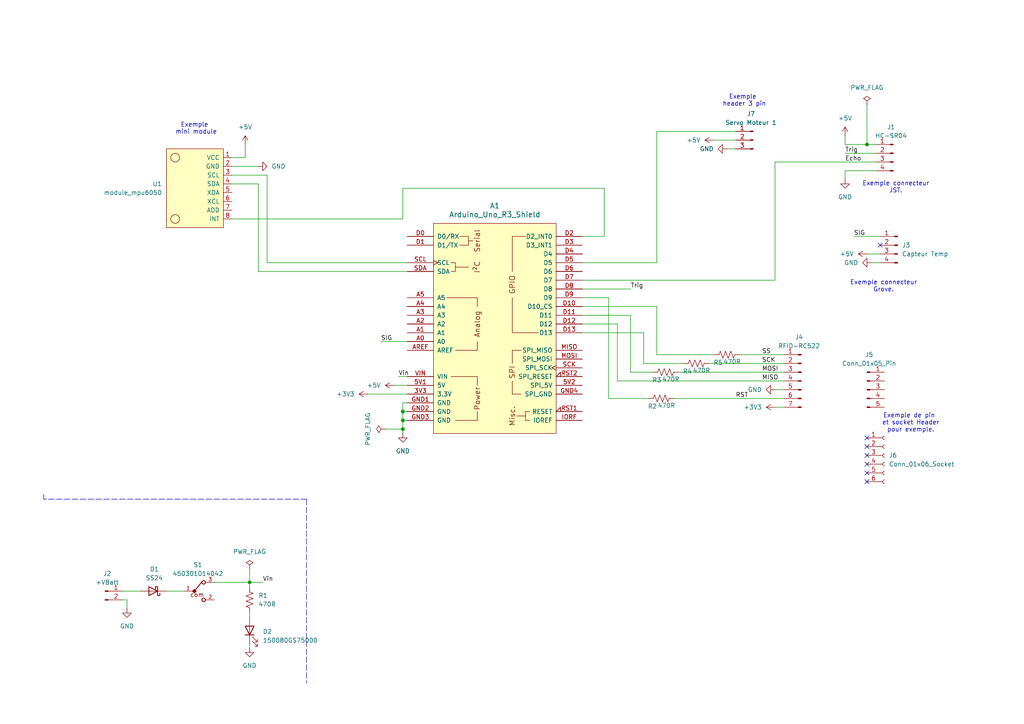
<source format=kicad_sch>
(kicad_sch (version 20250114) (generator "eeschema") (generator_version "9.0")
  (paper "A4")
  (lib_symbols
    (symbol "ISI-Connector_Grove:Conn_01x04_Pin" (pin_names (offset 1.016) (hide yes))
      (property "Reference" "J" (at 0 5.08 0))
      (property "Value" "Conn_01x04_Pin" (at 0 -7.62 0))
      (symbol "Conn_01x04_Pin_1_1"
        (rectangle (start 0.8636 2.667) (end 0 2.413) (stroke (width 0.1524)) (fill (type outline)))
        (rectangle (start 0.8636 0.127) (end 0 -0.127) (stroke (width 0.1524)) (fill (type outline)))
        (rectangle (start 0.8636 -2.413) (end 0 -2.667) (stroke (width 0.1524)) (fill (type outline)))
        (rectangle (start 0.8636 -4.953) (end 0 -5.207) (stroke (width 0.1524)) (fill (type outline)))
        (polyline (pts (xy 1.27 2.54) (xy 0.8636 2.54)) (stroke (width 0.1524)))
        (polyline (pts (xy 1.27 0) (xy 0.8636 0)) (stroke (width 0.1524)))
        (polyline (pts (xy 1.27 -2.54) (xy 0.8636 -2.54)) (stroke (width 0.1524)))
        (polyline (pts (xy 1.27 -5.08) (xy 0.8636 -5.08)) (stroke (width 0.1524)))
        (pin passive line (at 5.08 2.54 180) (length 3.81) (name "Pin_1") (number "1"))
        (pin passive line (at 5.08 0 180) (length 3.81) (name "Pin_2") (number "2"))
        (pin passive line (at 5.08 -2.54 180) (length 3.81) (name "Pin_3") (number "3"))
        (pin passive line (at 5.08 -5.08 180) (length 3.81) (name "Pin_4") (number "4"))
      )
    )
    (symbol "ISI-Connector_JST:Conn_01x02_Pin" (pin_names (offset 1.016) (hide yes))
      (property "Reference" "J" (at 0 2.54 0))
      (property "Value" "Conn_01x02_Pin" (at 0 -5.08 0))
      (symbol "Conn_01x02_Pin_1_1"
        (rectangle (start 0.8636 0.127) (end 0 -0.127) (stroke (width 0.1524)) (fill (type outline)))
        (rectangle (start 0.8636 -2.413) (end 0 -2.667) (stroke (width 0.1524)) (fill (type outline)))
        (polyline (pts (xy 1.27 0) (xy 0.8636 0)) (stroke (width 0.1524)))
        (polyline (pts (xy 1.27 -2.54) (xy 0.8636 -2.54)) (stroke (width 0.1524)))
        (pin passive line (at 5.08 0 180) (length 3.81) (name "Pin_1") (number "1"))
        (pin passive line (at 5.08 -2.54 180) (length 3.81) (name "Pin_2") (number "2"))
      )
    )
    (symbol "ISI-Connector_JST:Conn_01x04_Pin" (pin_names (offset 1.016) (hide yes))
      (property "Reference" "J" (at 0 5.08 0))
      (property "Value" "Conn_01x04_Pin" (at 0 -7.62 0))
      (symbol "Conn_01x04_Pin_1_1"
        (rectangle (start 0.8636 2.667) (end 0 2.413) (stroke (width 0.1524)) (fill (type outline)))
        (rectangle (start 0.8636 0.127) (end 0 -0.127) (stroke (width 0.1524)) (fill (type outline)))
        (rectangle (start 0.8636 -2.413) (end 0 -2.667) (stroke (width 0.1524)) (fill (type outline)))
        (rectangle (start 0.8636 -4.953) (end 0 -5.207) (stroke (width 0.1524)) (fill (type outline)))
        (polyline (pts (xy 1.27 2.54) (xy 0.8636 2.54)) (stroke (width 0.1524)))
        (polyline (pts (xy 1.27 0) (xy 0.8636 0)) (stroke (width 0.1524)))
        (polyline (pts (xy 1.27 -2.54) (xy 0.8636 -2.54)) (stroke (width 0.1524)))
        (polyline (pts (xy 1.27 -5.08) (xy 0.8636 -5.08)) (stroke (width 0.1524)))
        (pin passive line (at 5.08 2.54 180) (length 3.81) (name "Pin_1") (number "1"))
        (pin passive line (at 5.08 0 180) (length 3.81) (name "Pin_2") (number "2"))
        (pin passive line (at 5.08 -2.54 180) (length 3.81) (name "Pin_3") (number "3"))
        (pin passive line (at 5.08 -5.08 180) (length 3.81) (name "Pin_4") (number "4"))
      )
    )
    (symbol "ISI-Connector_JST:Conn_01x07_Pin" (pin_names (offset 1.016) (hide yes))
      (property "Reference" "J" (at 0 10.16 0))
      (property "Value" "Conn_01x07_Pin" (at 0 -10.16 0))
      (symbol "Conn_01x07_Pin_1_1"
        (rectangle (start 0.8636 7.747) (end 0 7.493) (stroke (width 0.1524)) (fill (type outline)))
        (rectangle (start 0.8636 5.207) (end 0 4.953) (stroke (width 0.1524)) (fill (type outline)))
        (rectangle (start 0.8636 2.667) (end 0 2.413) (stroke (width 0.1524)) (fill (type outline)))
        (rectangle (start 0.8636 0.127) (end 0 -0.127) (stroke (width 0.1524)) (fill (type outline)))
        (rectangle (start 0.8636 -2.413) (end 0 -2.667) (stroke (width 0.1524)) (fill (type outline)))
        (rectangle (start 0.8636 -4.953) (end 0 -5.207) (stroke (width 0.1524)) (fill (type outline)))
        (rectangle (start 0.8636 -7.493) (end 0 -7.747) (stroke (width 0.1524)) (fill (type outline)))
        (polyline (pts (xy 1.27 7.62) (xy 0.8636 7.62)) (stroke (width 0.1524)))
        (polyline (pts (xy 1.27 5.08) (xy 0.8636 5.08)) (stroke (width 0.1524)))
        (polyline (pts (xy 1.27 2.54) (xy 0.8636 2.54)) (stroke (width 0.1524)))
        (polyline (pts (xy 1.27 0) (xy 0.8636 0)) (stroke (width 0.1524)))
        (polyline (pts (xy 1.27 -2.54) (xy 0.8636 -2.54)) (stroke (width 0.1524)))
        (polyline (pts (xy 1.27 -5.08) (xy 0.8636 -5.08)) (stroke (width 0.1524)))
        (polyline (pts (xy 1.27 -7.62) (xy 0.8636 -7.62)) (stroke (width 0.1524)))
        (pin passive line (at 5.08 7.62 180) (length 3.81) (name "Pin_1") (number "1"))
        (pin passive line (at 5.08 5.08 180) (length 3.81) (name "Pin_2") (number "2"))
        (pin passive line (at 5.08 2.54 180) (length 3.81) (name "Pin_3") (number "3"))
        (pin passive line (at 5.08 0 180) (length 3.81) (name "Pin_4") (number "4"))
        (pin passive line (at 5.08 -2.54 180) (length 3.81) (name "Pin_5") (number "5"))
        (pin passive line (at 5.08 -5.08 180) (length 3.81) (name "Pin_6") (number "6"))
        (pin passive line (at 5.08 -7.62 180) (length 3.81) (name "Pin_7") (number "7"))
      )
    )
    (symbol "ISI-Connector_PinHeader_2.54mm:Conn_01x03_Pin" (pin_names (offset 1.016) (hide yes))
      (property "Reference" "J" (at 0 5.08 0))
      (property "Value" "Conn_01x03_Pin" (at 0 -5.08 0))
      (symbol "Conn_01x03_Pin_1_1"
        (rectangle (start 0.8636 2.667) (end 0 2.413) (stroke (width 0.1524)) (fill (type outline)))
        (rectangle (start 0.8636 0.127) (end 0 -0.127) (stroke (width 0.1524)) (fill (type outline)))
        (rectangle (start 0.8636 -2.413) (end 0 -2.667) (stroke (width 0.1524)) (fill (type outline)))
        (polyline (pts (xy 1.27 2.54) (xy 0.8636 2.54)) (stroke (width 0.1524)))
        (polyline (pts (xy 1.27 0) (xy 0.8636 0)) (stroke (width 0.1524)))
        (polyline (pts (xy 1.27 -2.54) (xy 0.8636 -2.54)) (stroke (width 0.1524)))
        (pin passive line (at 5.08 2.54 180) (length 3.81) (name "Pin_1") (number "1"))
        (pin passive line (at 5.08 0 180) (length 3.81) (name "Pin_2") (number "2"))
        (pin passive line (at 5.08 -2.54 180) (length 3.81) (name "Pin_3") (number "3"))
      )
    )
    (symbol "ISI-Connector_PinHeader_2.54mm:Conn_01x05_Pin" (pin_names (offset 1.016) (hide yes))
      (property "Reference" "J" (at 0 7.62 0))
      (property "Value" "Conn_01x05_Pin" (at 0 -7.62 0))
      (symbol "Conn_01x05_Pin_1_1"
        (rectangle (start 0.8636 5.207) (end 0 4.953) (stroke (width 0.1524)) (fill (type outline)))
        (rectangle (start 0.8636 2.667) (end 0 2.413) (stroke (width 0.1524)) (fill (type outline)))
        (rectangle (start 0.8636 0.127) (end 0 -0.127) (stroke (width 0.1524)) (fill (type outline)))
        (rectangle (start 0.8636 -2.413) (end 0 -2.667) (stroke (width 0.1524)) (fill (type outline)))
        (rectangle (start 0.8636 -4.953) (end 0 -5.207) (stroke (width 0.1524)) (fill (type outline)))
        (polyline (pts (xy 1.27 5.08) (xy 0.8636 5.08)) (stroke (width 0.1524)))
        (polyline (pts (xy 1.27 2.54) (xy 0.8636 2.54)) (stroke (width 0.1524)))
        (polyline (pts (xy 1.27 0) (xy 0.8636 0)) (stroke (width 0.1524)))
        (polyline (pts (xy 1.27 -2.54) (xy 0.8636 -2.54)) (stroke (width 0.1524)))
        (polyline (pts (xy 1.27 -5.08) (xy 0.8636 -5.08)) (stroke (width 0.1524)))
        (pin passive line (at 5.08 5.08 180) (length 3.81) (name "Pin_1") (number "1"))
        (pin passive line (at 5.08 2.54 180) (length 3.81) (name "Pin_2") (number "2"))
        (pin passive line (at 5.08 0 180) (length 3.81) (name "Pin_3") (number "3"))
        (pin passive line (at 5.08 -2.54 180) (length 3.81) (name "Pin_4") (number "4"))
        (pin passive line (at 5.08 -5.08 180) (length 3.81) (name "Pin_5") (number "5"))
      )
    )
    (symbol "ISI-Connector_PinSocket_2.54mm:Conn_01x06_Socket" (pin_names (offset 1.016) (hide yes))
      (property "Reference" "J" (at 0 7.62 0))
      (property "Value" "Conn_01x06_Socket" (at 0 -10.16 0))
      (symbol "Conn_01x06_Socket_1_1"
        (polyline (pts (xy -1.27 5.08) (xy -0.508 5.08)) (stroke (width 0.1524)))
        (polyline (pts (xy -1.27 2.54) (xy -0.508 2.54)) (stroke (width 0.1524)))
        (polyline (pts (xy -1.27 0) (xy -0.508 0)) (stroke (width 0.1524)))
        (polyline (pts (xy -1.27 -2.54) (xy -0.508 -2.54)) (stroke (width 0.1524)))
        (polyline (pts (xy -1.27 -5.08) (xy -0.508 -5.08)) (stroke (width 0.1524)))
        (polyline (pts (xy -1.27 -7.62) (xy -0.508 -7.62)) (stroke (width 0.1524)))
        (arc (start 0 4.572) (mid -0.5058 5.08) (end 0 5.588) (stroke (width 0.1524)))
        (arc (start 0 2.032) (mid -0.5058 2.54) (end 0 3.048) (stroke (width 0.1524)))
        (arc (start 0 -0.508) (mid -0.5058 0) (end 0 0.508) (stroke (width 0.1524)))
        (arc (start 0 -3.048) (mid -0.5058 -2.54) (end 0 -2.032) (stroke (width 0.1524)))
        (arc (start 0 -5.588) (mid -0.5058 -5.08) (end 0 -4.572) (stroke (width 0.1524)))
        (arc (start 0 -8.128) (mid -0.5058 -7.62) (end 0 -7.112) (stroke (width 0.1524)))
        (pin passive line (at -5.08 5.08 0) (length 3.81) (name "Pin_1") (number "1"))
        (pin passive line (at -5.08 2.54 0) (length 3.81) (name "Pin_2") (number "2"))
        (pin passive line (at -5.08 0 0) (length 3.81) (name "Pin_3") (number "3"))
        (pin passive line (at -5.08 -2.54 0) (length 3.81) (name "Pin_4") (number "4"))
        (pin passive line (at -5.08 -5.08 0) (length 3.81) (name "Pin_5") (number "5"))
        (pin passive line (at -5.08 -7.62 0) (length 3.81) (name "Pin_6") (number "6"))
      )
    )
    (symbol "ISI-Diodes:150080GS75000" (pin_numbers (hide yes)) (pin_names (offset 1.016) (hide yes))
      (property "Reference" "D" (at 0 2.54 0))
      (property "Value" "150080GS75000" (at 0 -2.54 0))
      (symbol "150080GS75000_0_1"
        (polyline (pts (xy -3.048 -0.762) (xy -4.572 -2.286) (xy -3.81 -2.286) (xy -4.572 -2.286) (xy -4.572 -1.524)))
        (polyline (pts (xy -1.778 -0.762) (xy -3.302 -2.286) (xy -2.54 -2.286) (xy -3.302 -2.286) (xy -3.302 -1.524)))
        (polyline (pts (xy -1.27 0) (xy 1.27 0)))
        (polyline (pts (xy -1.27 -1.27) (xy -1.27 1.27)) (stroke (width 0.254)))
        (polyline (pts (xy 1.27 -1.27) (xy 1.27 1.27) (xy -1.27 0) (xy 1.27 -1.27)) (stroke (width 0.254)))
      )
      (symbol "150080GS75000_1_1"
        (pin passive line (at -3.81 0 0) (length 2.54) (name "K") (number "1"))
        (pin passive line (at 3.81 0 180) (length 2.54) (name "A") (number "2"))
      )
    )
    (symbol "ISI-Diodes:SS24" (pin_numbers (hide yes)) (pin_names (offset 1.016) (hide yes))
      (property "Reference" "D" (at 0 2.54 0))
      (property "Value" "SS24" (at 0 -2.54 0))
      (symbol "SS24_0_1"
        (polyline (pts (xy -1.905 0.635) (xy -1.905 1.27) (xy -1.27 1.27) (xy -1.27 -1.27) (xy -0.635 -1.27) (xy -0.635 -0.635)) (stroke (width 0.254)))
        (polyline (pts (xy 1.27 1.27) (xy 1.27 -1.27) (xy -1.27 0) (xy 1.27 1.27)) (stroke (width 0.254)))
        (polyline (pts (xy 1.27 0) (xy -1.27 0)))
      )
      (symbol "SS24_1_1"
        (pin passive line (at -3.81 0 0) (length 2.54) (name "K") (number "1"))
        (pin passive line (at 3.81 0 180) (length 2.54) (name "A") (number "2"))
      )
    )
    (symbol "ISI-Modules:Arduino_Uno_R3_Shield" (pin_names (offset 1.016))
      (property "Reference" "A" (at 0 36.83 0))
      (property "Value" "Arduino_Uno_R3_Shield" (at 0 33.02 0))
      (symbol "Arduino_Uno_R3_Shield_0_0"
        (rectangle (start -17.78 30.48) (end 17.78 -30.48) (fill (type background)))
        (polyline (pts (xy -12.7 19.05) (xy -11.43 19.05) (xy -11.43 16.51) (xy -12.7 16.51)))
        (rectangle (start -12.7 -13.97) (end -5.08 -13.97))
        (polyline (pts (xy -11.43 17.78) (xy -7.62 17.78)))
        (rectangle (start -11.43 -26.67) (end -5.08 -26.67))
        (polyline (pts (xy -10.16 26.67) (xy -7.62 26.67) (xy -7.62 24.13) (xy -10.16 24.13)))
        (polyline (pts (xy -7.62 25.4) (xy -6.35 25.4)))
        (polyline (pts (xy -5.08 6.35) (xy -5.08 8.89) (xy -13.97 8.89)))
        (polyline (pts (xy -5.08 -3.81) (xy -5.08 -6.35) (xy -11.43 -6.35)))
        (polyline (pts (xy -5.08 -13.97) (xy -5.08 -15.24)))
        (polyline (pts (xy -5.08 -15.24) (xy -5.08 -16.51)))
        (polyline (pts (xy -5.08 -26.67) (xy -5.08 -24.13)))
        (polyline (pts (xy 5.08 16.51) (xy 5.08 26.67) (xy 8.89 26.67)))
        (polyline (pts (xy 5.08 8.89) (xy 5.08 -1.27) (xy 12.7 -1.27)))
        (rectangle (start 5.08 -10.16) (end 5.08 -6.35))
        (rectangle (start 5.08 -19.05) (end 5.08 -15.24))
        (rectangle (start 5.08 -19.05) (end 7.62 -19.05))
        (rectangle (start 7.62 -6.35) (end 5.08 -6.35))
        (rectangle (start 8.89 -24.13) (end 8.89 -26.67))
        (rectangle (start 8.89 -25.4) (end 6.35 -25.4))
        (rectangle (start 10.16 -24.13) (end 8.89 -24.13))
        (rectangle (start 10.16 -26.67) (end 8.89 -26.67))
        (text "Serial" (at -5.08 25.4 900) (effects (font (size 1.524 1.524))))
        (text "I²C" (at -5.08 17.78 900) (effects (font (size 1.524 1.524))))
        (text "Analog" (at -5.08 1.27 900) (effects (font (size 1.524 1.524))))
        (text "Power" (at -5.08 -20.32 900) (effects (font (size 1.524 1.524))))
        (text "SPI" (at 5.08 -12.7 900) (effects (font (size 1.524 1.524))))
        (text "Misc." (at 5.08 -25.4 900) (effects (font (size 1.524 1.524))))
      )
      (symbol "Arduino_Uno_R3_Shield_1_0"
        (text "GPIO" (at 5.08 12.7 900) (effects (font (size 1.524 1.524))))
      )
      (symbol "Arduino_Uno_R3_Shield_1_1"
        (pin bidirectional line (at -25.4 26.67 0) (length 7.62) (name "D0/RX") (number "D0"))
        (pin bidirectional line (at -25.4 24.13 0) (length 7.62) (name "D1/TX") (number "D1"))
        (pin bidirectional clock (at -25.4 19.05 0) (length 7.62) (name "SCL") (number "SCL"))
        (pin bidirectional line (at -25.4 16.51 0) (length 7.62) (name "SDA") (number "SDA"))
        (pin bidirectional line (at -25.4 8.89 0) (length 7.62) (name "A5") (number "A5"))
        (pin bidirectional line (at -25.4 6.35 0) (length 7.62) (name "A4") (number "A4"))
        (pin bidirectional line (at -25.4 3.81 0) (length 7.62) (name "A3") (number "A3"))
        (pin bidirectional line (at -25.4 1.27 0) (length 7.62) (name "A2") (number "A2"))
        (pin bidirectional line (at -25.4 -1.27 0) (length 7.62) (name "A1") (number "A1"))
        (pin bidirectional line (at -25.4 -3.81 0) (length 7.62) (name "A0") (number "A0"))
        (pin input line (at -25.4 -6.35 0) (length 7.62) (name "AREF") (number "AREF"))
        (pin power_in line (at -25.4 -13.97 0) (length 7.62) (name "VIN") (number "VIN"))
        (pin power_in line (at -25.4 -16.51 0) (length 7.62) (name "5V") (number "5V1"))
        (pin power_out line (at -25.4 -19.05 0) (length 7.62) (name "3.3V") (number "3V3"))
        (pin power_in line (at -25.4 -21.59 0) (length 7.62) (name "GND") (number "GND1"))
        (pin power_in line (at -25.4 -24.13 0) (length 7.62) (name "GND") (number "GND2"))
        (pin power_in line (at -25.4 -26.67 0) (length 7.62) (name "GND") (number "GND3"))
        (pin bidirectional line (at 25.4 26.67 180) (length 7.62) (name "D2_INT0") (number "D2"))
        (pin bidirectional line (at 25.4 24.13 180) (length 7.62) (name "D3_INT1") (number "D3"))
        (pin bidirectional line (at 25.4 21.59 180) (length 7.62) (name "D4") (number "D4"))
        (pin bidirectional line (at 25.4 19.05 180) (length 7.62) (name "D5") (number "D5"))
        (pin bidirectional line (at 25.4 16.51 180) (length 7.62) (name "D6") (number "D6"))
        (pin bidirectional line (at 25.4 13.97 180) (length 7.62) (name "D7") (number "D7"))
        (pin bidirectional line (at 25.4 11.43 180) (length 7.62) (name "D8") (number "D8"))
        (pin bidirectional line (at 25.4 8.89 180) (length 7.62) (name "D9") (number "D9"))
        (pin bidirectional line (at 25.4 6.35 180) (length 7.62) (name "D10_CS") (number "D10"))
        (pin bidirectional line (at 25.4 3.81 180) (length 7.62) (name "D11") (number "D11"))
        (pin bidirectional line (at 25.4 1.27 180) (length 7.62) (name "D12") (number "D12"))
        (pin bidirectional line (at 25.4 -1.27 180) (length 7.62) (name "D13") (number "D13"))
        (pin input line (at 25.4 -6.35 180) (length 7.62) (name "SPI_MISO") (number "MISO"))
        (pin output line (at 25.4 -8.89 180) (length 7.62) (name "SPI_MOSI") (number "MOSI"))
        (pin output clock (at 25.4 -11.43 180) (length 7.62) (name "SPI_SCK") (number "SCK"))
        (pin open_collector input_low (at 25.4 -13.97 180) (length 7.62) (name "SPI_RESET") (number "RST2"))
        (pin power_in line (at 25.4 -16.51 180) (length 7.62) (name "SPI_5V") (number "5V2"))
        (pin power_in line (at 25.4 -19.05 180) (length 7.62) (name "SPI_GND") (number "GND4"))
        (pin open_collector input_low (at 25.4 -24.13 180) (length 7.62) (name "RESET") (number "RST1"))
        (pin output line (at 25.4 -26.67 180) (length 7.62) (name "IOREF") (number "IORF"))
      )
    )
    (symbol "ISI-Modules:module_mpu6050" (pin_names (offset 1.016))
      (property "Reference" "U" (at 2.54 21.59 0))
      (property "Value" "module_mpu6050" (at 11.43 -3.81 0))
      (symbol "module_mpu6050_0_1"
        (rectangle (start 2.54 20.32) (end 19.05 -2.54) (fill (type background)))
        (circle (center 16.51 17.78) (radius 1.27))
        (circle (center 16.51 0) (radius 1.27))
      )
      (symbol "module_mpu6050_1_1"
        (pin input line (at 0 17.78 0) (length 2.54) (name "VCC") (number "1"))
        (pin input line (at 0 15.24 0) (length 2.54) (name "GND") (number "2"))
        (pin input line (at 0 12.7 0) (length 2.54) (name "SCL") (number "3"))
        (pin input line (at 0 10.16 0) (length 2.54) (name "SDA") (number "4"))
        (pin input line (at 0 7.62 0) (length 2.54) (name "XDA") (number "5"))
        (pin input line (at 0 5.08 0) (length 2.54) (name "XCL") (number "6"))
        (pin input line (at 0 2.54 0) (length 2.54) (name "ADD") (number "7"))
        (pin input line (at 0 0 0) (length 2.54) (name "INT") (number "8"))
      )
    )
    (symbol "ISI-Resistor:R_US_1206" (pin_numbers (hide yes)) (pin_names (offset 0))
      (property "Reference" "R" (at 2.54 0 90))
      (property "Value" "R_US" (at -2.54 0 90))
      (symbol "R_US_1206_0_1"
        (polyline (pts (xy 0 2.286) (xy 0 2.54)))
        (polyline (pts (xy 0 2.286) (xy 1.016 1.905) (xy 0 1.524) (xy -1.016 1.143) (xy 0 0.762)))
        (polyline (pts (xy 0 0.762) (xy 1.016 0.381) (xy 0 0) (xy -1.016 -0.381) (xy 0 -0.762)))
        (polyline (pts (xy 0 -0.762) (xy 1.016 -1.143) (xy 0 -1.524) (xy -1.016 -1.905) (xy 0 -2.286)))
        (polyline (pts (xy 0 -2.286) (xy 0 -2.54)))
      )
      (symbol "R_US_1206_1_1"
        (pin passive line (at 0 3.81 270) (length 1.27) (name "~") (number "1"))
        (pin passive line (at 0 -3.81 90) (length 1.27) (name "~") (number "2"))
      )
    )
    (symbol "ISI-Switch_Wurth:450301014042" (pin_names (offset 1.016))
      (property "Reference" "S" (at 2.14 4.11 0))
      (property "Value" "450301014042" (at -1.54 -4.82 0))
      (symbol "450301014042_0_0"
        (polyline (pts (xy -0.762 -0.508) (xy -1.27 0) (xy -0.762 0.508) (xy -0.254 0) (xy -0.762 -0.508)) (stroke (width 0.254)) (fill (type outline)))
        (polyline (pts (xy -0.376 0.5) (xy 1.4 2.7)) (stroke (width 0.254)))
        (circle (center 1.905 2.54) (radius 0.508) (stroke (width 0.254)))
        (circle (center 1.905 -2.54) (radius 0.508) (stroke (width 0.254)))
        (text "com" (at -2.03 -1.8 0) (effects (font (size 1.27 1.27)) (justify left bottom)))
        (pin passive line (at -3.81 0 0) (length 2.54) (name "~") (number "1"))
        (pin passive line (at 5.08 2.54 180) (length 2.54) (name "~") (number "3"))
        (pin passive line (at 5.08 -2.54 180) (length 2.54) (name "~") (number "2"))
      )
    )
    (symbol "power:+3V3" (power) (pin_numbers (hide yes)) (pin_names (offset 0) (hide yes))
      (property "Value" "+3V3" (at 0 3.556 0))
      (symbol "+3V3_0_1"
        (polyline (pts (xy -0.762 1.27) (xy 0 2.54)))
        (polyline (pts (xy 0 2.54) (xy 0.762 1.27)))
        (polyline (pts (xy 0 0) (xy 0 2.54)))
      )
      (symbol "+3V3_1_1"
        (pin power_in line (at 0 0 90) (length 0) (name "~") (number "1"))
      )
    )
    (symbol "power:+5V" (power) (pin_numbers (hide yes)) (pin_names (offset 0) (hide yes))
      (property "Value" "+5V" (at 0 3.556 0))
      (symbol "+5V_0_1"
        (polyline (pts (xy -0.762 1.27) (xy 0 2.54)))
        (polyline (pts (xy 0 2.54) (xy 0.762 1.27)))
        (polyline (pts (xy 0 0) (xy 0 2.54)))
      )
      (symbol "+5V_1_1"
        (pin power_in line (at 0 0 90) (length 0) (name "~") (number "1"))
      )
    )
    (symbol "power:GND" (power) (pin_numbers (hide yes)) (pin_names (offset 0) (hide yes))
      (property "Value" "GND" (at 0 -3.81 0))
      (symbol "GND_0_1"
        (polyline (pts (xy 0 0) (xy 0 -1.27) (xy 1.27 -1.27) (xy 0 -2.54) (xy -1.27 -1.27) (xy 0 -1.27)))
      )
      (symbol "GND_1_1"
        (pin power_in line (at 0 0 270) (length 0) (name "~") (number "1"))
      )
    )
    (symbol "power:PWR_FLAG" (power) (pin_numbers (hide yes)) (pin_names (offset 0) (hide yes))
      (property "Value" "PWR_FLAG" (at 0 3.81 0))
      (symbol "PWR_FLAG_0_0"
        (pin power_out line (at 0 0 90) (length 0) (name "~") (number "1"))
      )
      (symbol "PWR_FLAG_0_1"
        (polyline (pts (xy 0 0) (xy 0 1.27) (xy -1.016 1.905) (xy 0 2.54) (xy 1.016 1.905) (xy 0 1.27)))
      )
    )
  )
  (text "Exemple \nmini module" (at 56.896 37.338 0) (effects (font (size 1.27 1.27))))
  (text "Exemple connecteur\nJST." (at 259.842 54.356 0) (effects (font (size 1.27 1.27))))
  (text "Exemple connecteur\nGrove." (at 256.286 83.058 0) (effects (font (size 1.27 1.27))))
  (text "Exemple \nheader 3 pin" (at 215.9 29.21 0) (effects (font (size 1.27 1.27))))
  (text "Exemple de pin \net socket Header\npour exemple." (at 264.16 122.682 0) (effects (font (size 1.27 1.27))))
  (junction (at 72.39 168.91))
  (junction (at 116.84 119.38))
  (junction (at 251.46 41.91))
  (junction (at 116.84 124.46))
  (junction (at 116.84 121.92))
  (no_connect (at 255.27 71.12))
  (no_connect (at 251.46 139.7))
  (no_connect (at 251.46 134.62))
  (no_connect (at 251.46 129.54))
  (no_connect (at 251.46 132.08))
  (no_connect (at 251.46 137.16))
  (no_connect (at 251.46 127))
  (wire (pts (xy 116.84 116.84) (xy 116.84 119.38)))
  (wire (pts (xy 175.26 68.58) (xy 168.91 68.58)))
  (wire (pts (xy 179.07 93.98) (xy 168.91 93.98)))
  (wire (pts (xy 247.65 68.58) (xy 255.27 68.58)))
  (wire (pts (xy 116.84 54.61) (xy 175.26 54.61)))
  (wire (pts (xy 77.47 76.2) (xy 77.47 50.8)))
  (wire (pts (xy 72.39 168.91) (xy 76.2 168.91)))
  (wire (pts (xy 227.33 105.41) (xy 205.74 105.41)))
  (wire (pts (xy 245.11 39.37) (xy 245.11 41.91)))
  (wire (pts (xy 198.12 105.41) (xy 186.69 105.41)))
  (wire (pts (xy 74.93 78.74) (xy 74.93 53.34)))
  (wire (pts (xy 71.12 45.72) (xy 67.31 45.72)))
  (wire (pts (xy 116.84 124.46) (xy 116.84 125.73)))
  (wire (pts (xy 106.68 114.3) (xy 118.11 114.3)))
  (wire (pts (xy 176.53 115.57) (xy 176.53 86.36)))
  (wire (pts (xy 213.36 38.1) (xy 190.5 38.1)))
  (wire (pts (xy 116.84 119.38) (xy 118.11 119.38)))
  (wire (pts (xy 245.11 41.91) (xy 251.46 41.91)))
  (polyline (pts (xy 12.7 143.51) (xy 12.7 144.78)) (stroke (width 0) (type dash)))
  (wire (pts (xy 251.46 41.91) (xy 254 41.91)))
  (wire (pts (xy 35.56 171.45) (xy 40.64 171.45)))
  (wire (pts (xy 252.73 76.2) (xy 255.27 76.2)))
  (wire (pts (xy 114.3 111.76) (xy 118.11 111.76)))
  (wire (pts (xy 224.79 118.11) (xy 227.33 118.11)))
  (wire (pts (xy 74.93 53.34) (xy 67.31 53.34)))
  (wire (pts (xy 227.33 107.95) (xy 196.85 107.95)))
  (wire (pts (xy 179.07 110.49) (xy 179.07 93.98)))
  (wire (pts (xy 176.53 86.36) (xy 168.91 86.36)))
  (wire (pts (xy 67.31 48.26) (xy 74.93 48.26)))
  (wire (pts (xy 116.84 121.92) (xy 116.84 124.46)))
  (wire (pts (xy 116.84 119.38) (xy 116.84 121.92)))
  (wire (pts (xy 245.11 49.53) (xy 254 49.53)))
  (wire (pts (xy 71.12 41.91) (xy 71.12 45.72)))
  (wire (pts (xy 187.96 115.57) (xy 176.53 115.57)))
  (wire (pts (xy 189.23 107.95) (xy 182.88 107.95)))
  (wire (pts (xy 227.33 110.49) (xy 179.07 110.49)))
  (wire (pts (xy 251.46 30.48) (xy 251.46 41.91)))
  (wire (pts (xy 110.49 99.06) (xy 118.11 99.06)))
  (wire (pts (xy 111.76 124.46) (xy 116.84 124.46)))
  (wire (pts (xy 118.11 76.2) (xy 77.47 76.2)))
  (wire (pts (xy 210.82 43.18) (xy 213.36 43.18)))
  (wire (pts (xy 116.84 63.5) (xy 116.84 54.61)))
  (wire (pts (xy 116.84 121.92) (xy 118.11 121.92)))
  (wire (pts (xy 115.57 109.22) (xy 118.11 109.22)))
  (wire (pts (xy 168.91 88.9) (xy 190.5 88.9)))
  (wire (pts (xy 224.79 81.28) (xy 224.79 46.99)))
  (wire (pts (xy 67.31 63.5) (xy 116.84 63.5)))
  (wire (pts (xy 251.46 73.66) (xy 255.27 73.66)))
  (wire (pts (xy 245.11 49.53) (xy 245.11 52.07)))
  (wire (pts (xy 118.11 78.74) (xy 74.93 78.74)))
  (wire (pts (xy 175.26 54.61) (xy 175.26 68.58)))
  (wire (pts (xy 168.91 83.82) (xy 182.88 83.82)))
  (polyline (pts (xy 88.9 144.78) (xy 12.7 144.78)) (stroke (width 0) (type dash)))
  (wire (pts (xy 245.11 44.45) (xy 254 44.45)))
  (polyline (pts (xy 88.9 144.78) (xy 88.9 198.12)) (stroke (width 0) (type dash)))
  (wire (pts (xy 182.88 91.44) (xy 168.91 91.44)))
  (wire (pts (xy 77.47 50.8) (xy 67.31 50.8)))
  (wire (pts (xy 48.26 171.45) (xy 53.34 171.45)))
  (wire (pts (xy 168.91 76.2) (xy 190.5 76.2)))
  (wire (pts (xy 62.23 168.91) (xy 72.39 168.91)))
  (wire (pts (xy 186.69 105.41) (xy 186.69 96.52)))
  (wire (pts (xy 36.83 173.99) (xy 36.83 176.53)))
  (wire (pts (xy 190.5 88.9) (xy 190.5 102.87)))
  (wire (pts (xy 224.79 46.99) (xy 254 46.99)))
  (wire (pts (xy 118.11 116.84) (xy 116.84 116.84)))
  (wire (pts (xy 186.69 96.52) (xy 168.91 96.52)))
  (wire (pts (xy 35.56 173.99) (xy 36.83 173.99)))
  (wire (pts (xy 72.39 165.1) (xy 72.39 168.91)))
  (wire (pts (xy 214.63 102.87) (xy 227.33 102.87)))
  (wire (pts (xy 224.79 113.03) (xy 227.33 113.03)))
  (wire (pts (xy 182.88 107.95) (xy 182.88 91.44)))
  (wire (pts (xy 72.39 168.91) (xy 72.39 170.18)))
  (wire (pts (xy 72.39 186.69) (xy 72.39 187.96)))
  (wire (pts (xy 190.5 38.1) (xy 190.5 76.2)))
  (wire (pts (xy 227.33 115.57) (xy 195.58 115.57)))
  (wire (pts (xy 72.39 177.8) (xy 72.39 179.07)))
  (wire (pts (xy 168.91 81.28) (xy 224.79 81.28)))
  (wire (pts (xy 207.01 40.64) (xy 213.36 40.64)))
  (wire (pts (xy 190.5 102.87) (xy 207.01 102.87)))
  (label "RST" (at 213.36 115.57 0))
  (label "SIG" (at 247.65 68.58 0))
  (label "Trig" (at 245.11 44.45 0))
  (label "MOSI" (at 220.98 107.95 0))
  (label "Echo" (at 245.11 46.99 0))
  (label "SIG" (at 110.49 99.06 0))
  (label "Vin" (at 115.57 109.22 0))
  (label "SCK" (at 220.98 105.41 0))
  (label "Trig" (at 182.88 83.82 0))
  (label "SS" (at 220.98 102.87 0))
  (label "MISO" (at 220.98 110.49 0))
  (label "Vin" (at 76.2 168.91 0))
  (symbol (lib_id "power:GND") (at 245.11 52.07 0) (unit 1)
    (property "Reference" "#PWR02" (effects (hide yes)))
    (property "Value" "GND" (at 245.11 57.15 0))
    (property "Description" "Power symbol creates a global label with name \"GND\" , ground" (effects (hide yes)))
  )
  (symbol (lib_id "ISI-Connector_Grove:Conn_01x04_Pin") (at 260.35 71.12 0) (mirror y) (unit 1)
    (property "Reference" "J3" (at 261.62 71.1199 0) (effects (justify right)))
    (property "Value" "Capteur Temp" (at 261.62 73.6599 0) (effects (justify right)))
    (property "Footprint" "ISI-Connector_Grove:SEEED_Grove_110990030" (effects (hide yes)))
    (property "Description" "Generic connector, single row, 01x04, script generated" (effects (hide yes)))
  )
  (symbol (lib_id "power:GND") (at 116.84 125.73 0) (unit 1)
    (property "Reference" "#PWR03" (effects (hide yes)))
    (property "Value" "GND" (at 116.84 130.81 0))
    (property "Description" "Power symbol creates a global label with name \"GND\" , ground" (effects (hide yes)))
  )
  (symbol (lib_id "power:GND") (at 74.93 48.26 90) (unit 1)
    (property "Reference" "#PWR07" (effects (hide yes)))
    (property "Value" "GND" (at 78.74 48.2599 90) (effects (justify right)))
    (property "Description" "Power symbol creates a global label with name \"GND\" , ground" (effects (hide yes)))
  )
  (symbol (lib_id "ISI-Resistor:R_US_1206") (at 210.82 102.87 90) (unit 1)
    (property "Reference" "R5" (at 208.28 105.156 90))
    (property "Value" "470R" (at 212.344 104.902 90))
    (property "Footprint" "ISI-Resistor:R_1206_3216Metric_Pad1.30x1.75mm_HandSolder" (effects (hide yes)))
    (property "Description" "Resistor, US symbol 1206 SMD" (effects (hide yes)))
  )
  (symbol (lib_id "power:GND") (at 72.39 187.96 0) (unit 1)
    (property "Reference" "#PWR013" (effects (hide yes)))
    (property "Value" "GND" (at 72.39 193.04 0))
    (property "Description" "Power symbol creates a global label with name \"GND\" , ground" (effects (hide yes)))
  )
  (symbol (lib_id "ISI-Resistor:R_US_1206") (at 191.77 115.57 90) (unit 1)
    (property "Reference" "R2" (at 189.23 117.856 90))
    (property "Value" "470R" (at 193.294 117.602 90))
    (property "Footprint" "ISI-Resistor:R_1206_3216Metric_Pad1.30x1.75mm_HandSolder" (effects (hide yes)))
    (property "Description" "Resistor, US symbol 1206 SMD" (effects (hide yes)))
  )
  (symbol (lib_id "ISI-Connector_PinHeader_2.54mm:Conn_01x05_Pin") (at 251.46 113.03 0) (unit 1)
    (property "Reference" "J5" (at 252.095 102.87 0))
    (property "Value" "Conn_01x05_Pin" (at 252.095 105.41 0))
    (property "Footprint" "ISI-Connector_PinHeader_2.54mm:PinHeader_1x05_P2.54mm_Long_Vertical" (effects (hide yes)))
    (property "Description" "Generic connector, single row, 01x05, script generated" (effects (hide yes)))
  )
  (symbol (lib_id "power:GND") (at 36.83 176.53 0) (unit 1)
    (property "Reference" "#PWR08" (effects (hide yes)))
    (property "Value" "GND" (at 36.83 181.61 0))
    (property "Description" "Power symbol creates a global label with name \"GND\" , ground" (effects (hide yes)))
  )
  (symbol (lib_id "ISI-Diodes:SS24") (at 44.45 171.45 180) (unit 1)
    (property "Reference" "D1" (at 44.7675 165.1 0))
    (property "Value" "SS24" (at 44.7675 167.64 0))
    (property "Footprint" "ISI-Diodes:D_SMB_Handsoldering" (effects (hide yes)))
    (property "Datasheet" "https://www.vishay.com/docs/88748/ss22.pdf" (effects (hide yes)))
    (property "Description" "40V 2A Schottky Diode, SMA" (effects (hide yes)))
  )
  (symbol (lib_id "power:+5V") (at 114.3 111.76 90) (unit 1)
    (property "Reference" "#PWR04" (effects (hide yes)))
    (property "Value" "+5V" (at 110.49 111.7599 90) (effects (justify left)))
    (property "Description" "Power symbol creates a global label with name \"+5V\"" (effects (hide yes)))
  )
  (symbol (lib_id "power:PWR_FLAG") (at 72.39 165.1 0) (mirror y) (unit 1)
    (property "Reference" "#FLG01" (effects (hide yes)))
    (property "Value" "PWR_FLAG" (at 72.39 160.02 0))
    (property "Description" "Special symbol for telling ERC where power comes from" (effects (hide yes)))
  )
  (symbol (lib_id "power:GND") (at 224.79 113.03 270) (unit 1)
    (property "Reference" "#PWR011" (effects (hide yes)))
    (property "Value" "GND" (at 220.98 113.0299 90) (effects (justify right)))
    (property "Description" "Power symbol creates a global label with name \"GND\" , ground" (effects (hide yes)))
  )
  (symbol (lib_id "ISI-Switch_Wurth:450301014042") (at 57.15 171.45 0) (unit 1)
    (property "Reference" "S1" (at 57.405 163.83 0))
    (property "Value" "450301014042" (at 57.405 166.37 0))
    (property "Footprint" "ISI-Switch_Wurth:450301014042" (effects (hide yes)))
    (property "MF" "Würth Elektronik" (effects (hide yes)))
    (property "Description_1" "Slide Switch SPDT Through Hole" (effects (hide yes)))
    (property "Package" "None" (effects (hide yes)))
    (property "Price" "None" (effects (hide yes)))
    (property "SnapEDA_Link" "https://www.snapeda.com/parts/450301014042/W%25C3%25BCrth+Elektronik+Midcom/view-part/?ref=snap" (effects (hide yes)))
    (property "MP" "450301014042" (effects (hide yes)))
    (property "Availability" "In Stock" (effects (hide yes)))
    (property "Check_prices" "https://www.snapeda.com/parts/450301014042/W%25C3%25BCrth+Elektronik+Midcom/view-part/?ref=eda" (effects (hide yes)))
  )
  (symbol (lib_id "ISI-Connector_JST:Conn_01x02_Pin") (at 30.48 171.45 0) (unit 1)
    (property "Reference" "J2" (at 31.115 166.37 0))
    (property "Value" "+VBatt" (at 31.115 168.91 0))
    (property "Footprint" "ISI-Connector_JST:JST_XH_B2B-XH-AM_1x02_P2.50mm_Long_Vertical" (effects (hide yes)))
    (property "Description" "Generic connector, single row, 01x02, script generated" (effects (hide yes)))
  )
  (symbol (lib_id "ISI-Modules:Arduino_Uno_R3_Shield") (at 143.51 95.25 0) (unit 1)
    (property "Reference" "A1" (at 143.51 59.69 0) (effects (font (size 1.524 1.524))))
    (property "Value" "Arduino_Uno_R3_Shield" (at 143.51 62.23 0) (effects (font (size 1.524 1.524))))
    (property "Footprint" "ISI-Modules:Arduino_Uno_R3_Shield_LonPad" (effects (hide yes)))
    (property "Datasheet" "https://docs.arduino.cc/hardware/uno-rev3" (effects (hide yes)))
    (property "Description" "Shield for Arduino Uno R3" (effects (hide yes)))
  )
  (symbol (lib_id "power:+3V3") (at 224.79 118.11 90) (unit 1)
    (property "Reference" "#PWR012" (effects (hide yes)))
    (property "Value" "+3V3" (at 220.98 118.1099 90) (effects (justify left)))
    (property "Description" "Power symbol creates a global label with name \"+3V3\"" (effects (hide yes)))
  )
  (symbol (lib_id "power:GND") (at 210.82 43.18 270) (unit 1)
    (property "Reference" "#PWR014" (effects (hide yes)))
    (property "Value" "GND" (at 207.01 43.1799 90) (effects (justify right)))
    (property "Description" "Power symbol creates a global label with name \"GND\" , ground" (effects (hide yes)))
  )
  (symbol (lib_id "ISI-Resistor:R_US_1206") (at 201.93 105.41 90) (unit 1)
    (property "Reference" "R4" (at 199.39 107.696 90))
    (property "Value" "470R" (at 203.454 107.442 90))
    (property "Footprint" "ISI-Resistor:R_1206_3216Metric_Pad1.30x1.75mm_HandSolder" (effects (hide yes)))
    (property "Description" "Resistor, US symbol 1206 SMD" (effects (hide yes)))
  )
  (symbol (lib_id "ISI-Connector_JST:Conn_01x04_Pin") (at 259.08 44.45 0) (mirror y) (unit 1)
    (property "Reference" "J1" (at 258.445 36.83 0))
    (property "Value" "HC-SR04" (at 258.445 39.37 0))
    (property "Footprint" "ISI-Connector_JST:JST_XH_B4B-XH-AM_1x04_P2.50mm_Long_Vertical" (effects (hide yes)))
    (property "Description" "Generic connector, single row, 01x04, script generated" (effects (hide yes)))
  )
  (symbol (lib_id "ISI-Connector_PinSocket_2.54mm:Conn_01x06_Socket") (at 256.54 132.08 0) (unit 1)
    (property "Reference" "J6" (at 257.81 132.0799 0) (effects (justify left)))
    (property "Value" "Conn_01x06_Socket" (at 257.81 134.6199 0) (effects (justify left)))
    (property "Footprint" "ISI-Connector_PinSocket_2.54mm:PinSocket_1x06_P2.54mm_Long_Vertical" (effects (hide yes)))
    (property "Description" "Generic connector, single row, 01x06, script generated" (effects (hide yes)))
  )
  (symbol (lib_id "power:PWR_FLAG") (at 251.46 30.48 0) (mirror y) (unit 1)
    (property "Reference" "#FLG02" (effects (hide yes)))
    (property "Value" "PWR_FLAG" (at 251.46 25.4 0))
    (property "Description" "Special symbol for telling ERC where power comes from" (effects (hide yes)))
  )
  (symbol (lib_id "ISI-Resistor:R_US_1206") (at 72.39 173.99 0) (unit 1)
    (property "Reference" "R1" (at 74.93 172.7199 0) (effects (justify left)))
    (property "Value" "470R" (at 74.93 175.2599 0) (effects (justify left)))
    (property "Footprint" "ISI-Resistor:R_1206_3216Metric_Pad1.30x1.75mm_HandSolder" (effects (hide yes)))
    (property "Description" "Resistor, US symbol 1206 SMD" (effects (hide yes)))
  )
  (symbol (lib_id "ISI-Modules:module_mpu6050") (at 67.31 63.5 0) (mirror y) (unit 1)
    (property "Reference" "U1" (at 46.99 53.3399 0) (effects (justify left)))
    (property "Value" "module_mpu6050" (at 46.99 55.8799 0) (effects (justify left)))
    (property "Footprint" "ISI-Modules:module_mpu6050" (effects (hide yes)))
  )
  (symbol (lib_id "ISI-Resistor:R_US_1206") (at 193.04 107.95 90) (unit 1)
    (property "Reference" "R3" (at 190.5 110.236 90))
    (property "Value" "470R" (at 194.564 109.982 90))
    (property "Footprint" "ISI-Resistor:R_1206_3216Metric_Pad1.30x1.75mm_HandSolder" (effects (hide yes)))
    (property "Description" "Resistor, US symbol 1206 SMD" (effects (hide yes)))
  )
  (symbol (lib_id "ISI-Connector_JST:Conn_01x07_Pin") (at 232.41 110.49 0) (mirror y) (unit 1)
    (property "Reference" "J4" (at 231.775 97.79 0))
    (property "Value" "RFID-RC522" (at 231.775 100.33 0))
    (property "Footprint" "ISI-Connector_JST:JST_XH_B7B-XH-AM_1x07_P2.50mm_Long_Vertical" (effects (hide yes)))
    (property "Description" "Generic connector, single row, 01x07, script generated" (effects (hide yes)))
  )
  (symbol (lib_id "ISI-Connector_PinHeader_2.54mm:Conn_01x03_Pin") (at 218.44 40.64 0) (mirror y) (unit 1)
    (property "Reference" "J7" (at 217.805 33.02 0))
    (property "Value" "Servo Moteur 1" (at 217.805 35.56 0))
    (property "Footprint" "ISI-Connector_PinHeader_2.54mm:PinHeader_1x03_P2.54mm_Long_Vertical" (effects (hide yes)))
    (property "Description" "Generic connector, single row, 01x03, script generated" (effects (hide yes)))
  )
  (symbol (lib_id "power:+5V") (at 207.01 40.64 90) (unit 1)
    (property "Reference" "#PWR015" (effects (hide yes)))
    (property "Value" "+5V" (at 203.2 40.6399 90) (effects (justify left)))
    (property "Description" "Power symbol creates a global label with name \"+5V\"" (effects (hide yes)))
  )
  (symbol (lib_id "power:+5V") (at 245.11 39.37 0) (unit 1)
    (property "Reference" "#PWR01" (effects (hide yes)))
    (property "Value" "+5V" (at 245.11 34.29 0))
    (property "Description" "Power symbol creates a global label with name \"+5V\"" (effects (hide yes)))
  )
  (symbol (lib_id "power:GND") (at 252.73 76.2 270) (unit 1)
    (property "Reference" "#PWR09" (effects (hide yes)))
    (property "Value" "GND" (at 248.92 76.1999 90) (effects (justify right)))
    (property "Description" "Power symbol creates a global label with name \"GND\" , ground" (effects (hide yes)))
  )
  (symbol (lib_id "power:+5V") (at 251.46 73.66 90) (unit 1)
    (property "Reference" "#PWR010" (effects (hide yes)))
    (property "Value" "+5V" (at 247.65 73.6599 90) (effects (justify left)))
    (property "Description" "Power symbol creates a global label with name \"+5V\"" (effects (hide yes)))
  )
  (symbol (lib_id "power:+5V") (at 71.12 41.91 0) (unit 1)
    (property "Reference" "#PWR06" (effects (hide yes)))
    (property "Value" "+5V" (at 71.12 36.83 0))
    (property "Description" "Power symbol creates a global label with name \"+5V\"" (effects (hide yes)))
  )
  (symbol (lib_id "power:PWR_FLAG") (at 111.76 124.46 90) (mirror x) (unit 1)
    (property "Reference" "#FLG03" (effects (hide yes)))
    (property "Value" "PWR_FLAG" (at 106.68 124.46 0))
    (property "Description" "Special symbol for telling ERC where power comes from" (effects (hide yes)))
  )
  (symbol (lib_id "ISI-Diodes:150080GS75000") (at 72.39 182.88 90) (unit 1)
    (property "Reference" "D2" (at 76.2 183.1974 90) (effects (justify right)))
    (property "Value" "150080GS75000" (at 76.2 185.7374 90) (effects (justify right)))
    (property "Footprint" "ISI-Diodes:LED_0805_2012Metric_Pad1.15x1.40mm_HandSolder" (effects (hide yes)))
    (property "Datasheet" "https://www.we-online.com/en/components/products/WL-SMCW?sq=150080GS75000#150080GS75000" (effects (hide yes)))
    (property "Description" "WL-SMCW SMT Mono-color Chip LED Waterclear Green" (effects (hide yes)))
  )
  (symbol (lib_id "power:+3V3") (at 106.68 114.3 90) (unit 1)
    (property "Reference" "#PWR05" (effects (hide yes)))
    (property "Value" "+3V3" (at 102.87 114.2999 90) (effects (justify left)))
    (property "Description" "Power symbol creates a global label with name \"+3V3\"" (effects (hide yes)))
  )
)
</source>
